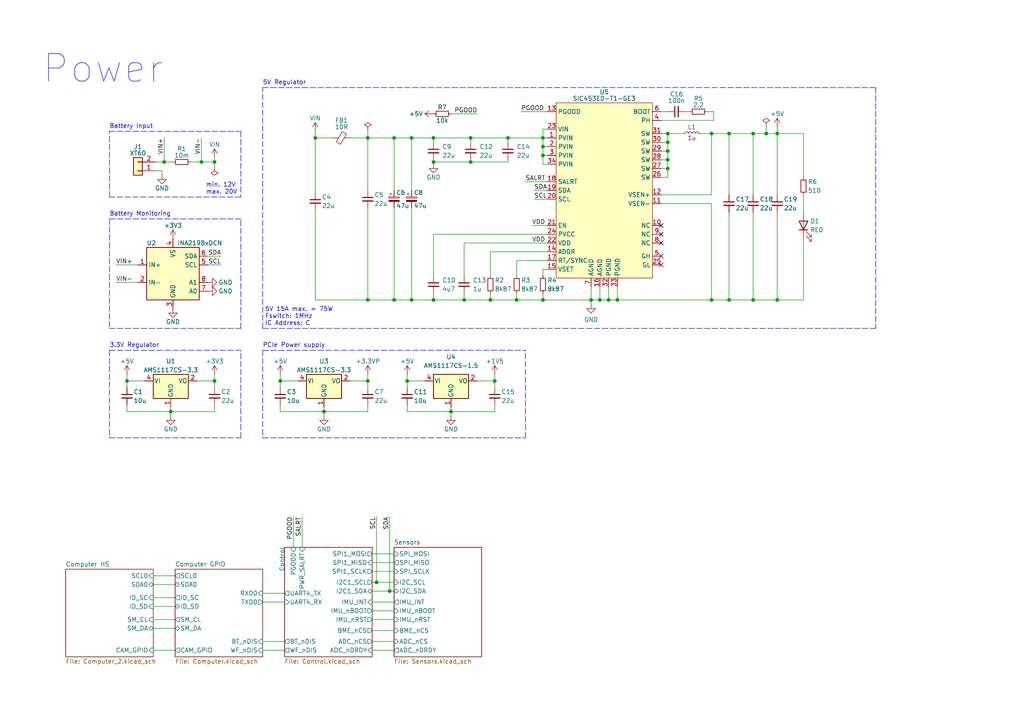
<source format=kicad_sch>
(kicad_sch (version 20211123) (generator eeschema)
  (paper "A4")
  (title_block (title "Splash") (date "2021-12-15") (rev "1.0") (company "Zihasz") (comment 1 "SplashFlight all-in-one UAV controller"))
  (lib_symbols
    (symbol "AMS1117CS-3.3_1" (pin_names (offset 0.254))
      (property "Reference" "U" (at -3.81 3.175 0))
      (property "Value" "AMS1117CS-3.3_1" (at 0 3.175 0))
      (symbol "AMS1117CS-3.3_1_0_1"
        (rectangle (start -5.08 -5.08) (end 5.08 1.905) (stroke (width 0.254)) (fill (type background)))
      )
      (symbol "AMS1117CS-3.3_1_1_1"
        (pin passive line (at 0 -7.62 90) (length 2.54) (name "GND") (number "1"))
        (pin power_out line (at 7.62 0 180) (length 2.54) (name "VO") (number "2"))
        (pin passive line (at 7.62 0 180) (length 2.54) hide (name "VO") (number "3"))
        (pin power_in line (at -7.62 0 0) (length 2.54) (name "VI") (number "4"))
        (pin no_connect line (at -2.54 -2.54 180) (length 2.54) hide (name "NC") (number "5"))
        (pin passive line (at 7.62 0 180) (length 2.54) hide (name "VO") (number "6"))
        (pin passive line (at 7.62 0 180) (length 2.54) hide (name "VO") (number "7"))
        (pin no_connect line (at 2.54 -2.54 0) (length 2.54) hide (name "NC") (number "8"))
      )
    )
    (symbol "Analog_ADC:INA219BxDCN"
      (property "Reference" "U" (at -6.35 8.89 0))
      (property "Value" "INA219BxDCN" (at 6.35 8.89 0))
      (symbol "INA219BxDCN_0_1"
        (rectangle (start -7.62 7.62) (end 7.62 -7.62) (stroke (width 0.254)) (fill (type background)))
      )
      (symbol "INA219BxDCN_1_1"
        (pin input line (at -10.16 2.54 0) (length 2.54) (name "IN+") (number "1"))
        (pin input line (at -10.16 -2.54 0) (length 2.54) (name "IN-") (number "2"))
        (pin power_in line (at 0 -10.16 90) (length 2.54) (name "GND") (number "3"))
        (pin power_in line (at 0 10.16 270) (length 2.54) (name "VS") (number "4"))
        (pin input line (at 10.16 2.54 180) (length 2.54) (name "SCL") (number "5"))
        (pin bidirectional line (at 10.16 5.08 180) (length 2.54) (name "SDA") (number "6"))
        (pin input line (at 10.16 -5.08 180) (length 2.54) (name "A0") (number "7"))
        (pin input line (at 10.16 -2.54 180) (length 2.54) (name "A1") (number "8"))
      )
    )
    (symbol "Connector_Generic:Conn_01x02" (pin_names (offset 1.016) hide)
      (property "Reference" "J" (at 0 2.54 0))
      (property "Value" "Conn_01x02" (at 0 -5.08 0))
      (symbol "Conn_01x02_1_1"
        (rectangle (start -1.27 -2.413) (end 0 -2.667) (stroke (width 0.1524)))
        (rectangle (start -1.27 0.127) (end 0 -0.127) (stroke (width 0.1524)))
        (rectangle (start -1.27 1.27) (end 1.27 -3.81) (stroke (width 0.254)) (fill (type background)))
        (pin passive line (at -5.08 0 0) (length 3.81) (name "Pin_1") (number "1"))
        (pin passive line (at -5.08 -2.54 0) (length 3.81) (name "Pin_2") (number "2"))
      )
    )
    (symbol "Device:C_Polarized_Small" (pin_numbers hide) (pin_names (offset 0.254) hide)
      (property "Reference" "C" (at 0.254 1.778 0))
      (property "Value" "C_Polarized_Small" (at 0.254 -2.032 0))
      (symbol "C_Polarized_Small_0_1"
        (rectangle (start -1.524 -0.3048) (end 1.524 -0.6858) (fill (type outline)))
        (rectangle (start -1.524 0.6858) (end 1.524 0.3048))
        (polyline (pts (xy -1.27 1.524) (xy -0.762 1.524)))
        (polyline (pts (xy -1.016 1.27) (xy -1.016 1.778)))
      )
      (symbol "C_Polarized_Small_1_1"
        (pin passive line (at 0 2.54 270) (length 1.8542) (name "~") (number "1"))
        (pin passive line (at 0 -2.54 90) (length 1.8542) (name "~") (number "2"))
      )
    )
    (symbol "Device:C_Small" (pin_numbers hide) (pin_names (offset 0.254) hide)
      (property "Reference" "C" (at 0.254 1.778 0))
      (property "Value" "C_Small" (at 0.254 -2.032 0))
      (symbol "C_Small_0_1"
        (polyline (pts (xy -1.524 -0.508) (xy 1.524 -0.508)) (stroke (width 0.3302)))
        (polyline (pts (xy -1.524 0.508) (xy 1.524 0.508)) (stroke (width 0.3048)))
      )
      (symbol "C_Small_1_1"
        (pin passive line (at 0 2.54 270) (length 2.032) (name "~") (number "1"))
        (pin passive line (at 0 -2.54 90) (length 2.032) (name "~") (number "2"))
      )
    )
    (symbol "Device:FerriteBead_Small" (pin_numbers hide) (pin_names (offset 0))
      (property "Reference" "FB" (at 1.905 1.27 0))
      (property "Value" "FerriteBead_Small" (at 1.905 -1.27 0))
      (symbol "FerriteBead_Small_0_1"
        (polyline (pts (xy 0 -1.27) (xy 0 -0.7874)))
        (polyline (pts (xy 0 0.889) (xy 0 1.2954)))
        (polyline (pts (xy -1.8288 0.2794) (xy -1.1176 1.4986) (xy 1.8288 -0.2032) (xy 1.1176 -1.4224) (xy -1.8288 0.2794)))
      )
      (symbol "FerriteBead_Small_1_1"
        (pin passive line (at 0 2.54 270) (length 1.27) (name "~") (number "1"))
        (pin passive line (at 0 -2.54 90) (length 1.27) (name "~") (number "2"))
      )
    )
    (symbol "Device:LED" (pin_numbers hide) (pin_names (offset 1.016) hide)
      (property "Reference" "D" (at 0 2.54 0))
      (property "Value" "LED" (at 0 -2.54 0))
      (symbol "LED_0_1"
        (polyline (pts (xy -1.27 -1.27) (xy -1.27 1.27)) (stroke (width 0.254)))
        (polyline (pts (xy -1.27 0) (xy 1.27 0)))
        (polyline (pts (xy 1.27 -1.27) (xy 1.27 1.27) (xy -1.27 0) (xy 1.27 -1.27)) (stroke (width 0.254)))
        (polyline (pts (xy -3.048 -0.762) (xy -4.572 -2.286) (xy -3.81 -2.286) (xy -4.572 -2.286) (xy -4.572 -1.524)))
        (polyline (pts (xy -1.778 -0.762) (xy -3.302 -2.286) (xy -2.54 -2.286) (xy -3.302 -2.286) (xy -3.302 -1.524)))
      )
      (symbol "LED_1_1"
        (pin passive line (at -3.81 0 0) (length 2.54) (name "K") (number "1"))
        (pin passive line (at 3.81 0 180) (length 2.54) (name "A") (number "2"))
      )
    )
    (symbol "Device:L_Small" (pin_numbers hide) (pin_names (offset 0.254) hide)
      (property "Reference" "L" (at 0.762 1.016 0))
      (property "Value" "L_Small" (at 0.762 -1.016 0))
      (symbol "L_Small_0_1"
        (arc (start 0 -2.032) (mid 0.508 -1.524) (end 0 -1.016))
        (arc (start 0 -1.016) (mid 0.508 -0.508) (end 0 0))
        (arc (start 0 0) (mid 0.508 0.508) (end 0 1.016))
        (arc (start 0 1.016) (mid 0.508 1.524) (end 0 2.032))
      )
      (symbol "L_Small_1_1"
        (pin passive line (at 0 2.54 270) (length 0.508) (name "~") (number "1"))
        (pin passive line (at 0 -2.54 90) (length 0.508) (name "~") (number "2"))
      )
    )
    (symbol "Device:R_Small" (pin_numbers hide) (pin_names (offset 0.254) hide)
      (property "Reference" "R" (at 0.762 0.508 0))
      (property "Value" "R_Small" (at 0.762 -1.016 0))
      (symbol "R_Small_0_1"
        (rectangle (start -0.762 1.778) (end 0.762 -1.778) (stroke (width 0.2032)))
      )
      (symbol "R_Small_1_1"
        (pin passive line (at 0 2.54 270) (length 0.762) (name "~") (number "1"))
        (pin passive line (at 0 -2.54 90) (length 0.762) (name "~") (number "2"))
      )
    )
    (symbol "Regulator_Linear:AMS1117CS-1.5" (pin_names (offset 0.254))
      (property "Reference" "U" (at -3.81 3.175 0))
      (property "Value" "AMS1117CS-1.5" (at 0 3.175 0))
      (symbol "AMS1117CS-1.5_0_1"
        (rectangle (start -5.08 -5.08) (end 5.08 1.905) (stroke (width 0.254)) (fill (type background)))
      )
      (symbol "AMS1117CS-1.5_1_1"
        (pin passive line (at 0 -7.62 90) (length 2.54) (name "GND") (number "1"))
        (pin power_out line (at 7.62 0 180) (length 2.54) (name "VO") (number "2"))
        (pin passive line (at 7.62 0 180) (length 2.54) hide (name "VO") (number "3"))
        (pin power_in line (at -7.62 0 0) (length 2.54) (name "VI") (number "4"))
        (pin no_connect line (at -2.54 -2.54 180) (length 2.54) hide (name "NC") (number "5"))
        (pin passive line (at 7.62 0 180) (length 2.54) hide (name "VO") (number "6"))
        (pin passive line (at 7.62 0 180) (length 2.54) hide (name "VO") (number "7"))
        (pin no_connect line (at 2.54 -2.54 0) (length 2.54) hide (name "NC") (number "8"))
      )
    )
    (symbol "Regulator_Linear:AMS1117CS-3.3" (pin_names (offset 0.254))
      (property "Reference" "U" (at -3.81 3.175 0))
      (property "Value" "AMS1117CS-3.3" (at 0 3.175 0))
      (symbol "AMS1117CS-3.3_0_1"
        (rectangle (start -5.08 -5.08) (end 5.08 1.905) (stroke (width 0.254)) (fill (type background)))
      )
      (symbol "AMS1117CS-3.3_1_1"
        (pin passive line (at 0 -7.62 90) (length 2.54) (name "GND") (number "1"))
        (pin power_out line (at 7.62 0 180) (length 2.54) (name "VO") (number "2"))
        (pin passive line (at 7.62 0 180) (length 2.54) hide (name "VO") (number "3"))
        (pin power_in line (at -7.62 0 0) (length 2.54) (name "VI") (number "4"))
        (pin no_connect line (at -2.54 -2.54 180) (length 2.54) hide (name "NC") (number "5"))
        (pin passive line (at 7.62 0 180) (length 2.54) hide (name "VO") (number "6"))
        (pin passive line (at 7.62 0 180) (length 2.54) hide (name "VO") (number "7"))
        (pin no_connect line (at 2.54 -2.54 0) (length 2.54) hide (name "NC") (number "8"))
      )
    )
    (symbol "Splash:SIC453ED-T1-GE3"
      (property "Reference" "U" (at 0 29.21 0))
      (property "Value" "SIC453ED-T1-GE3" (at 0 26.67 0))
      (symbol "SIC453ED-T1-GE3_0_0"
        (pin power_in line (at -16.51 7.62 0) (length 2.54) (name "PVIN") (number "34"))
      )
      (symbol "SIC453ED-T1-GE3_0_1"
        (rectangle (start -13.97 25.4) (end 13.97 -25.4) (stroke (width 0.1524)) (fill (type background)))
      )
      (symbol "SIC453ED-T1-GE3_1_1"
        (pin power_in line (at -16.51 15.24 0) (length 2.54) (name "PVIN") (number "1"))
        (pin no_connect line (at 16.51 -10.16 180) (length 2.54) (name "NC") (number "10"))
        (pin input line (at 16.51 -3.81 180) (length 2.54) (name "VSEN-") (number "11"))
        (pin input line (at 16.51 -1.27 180) (length 2.54) (name "VSEN+") (number "12"))
        (pin open_collector line (at -16.51 22.86 0) (length 2.54) (name "PGOOD") (number "13"))
        (pin input line (at -16.51 -17.78 0) (length 2.54) (name "ADDR") (number "14"))
        (pin input line (at -16.51 -22.86 0) (length 2.54) (name "VSET") (number "15"))
        (pin power_in line (at -1.27 -27.94 90) (length 2.54) (name "AGND") (number "16"))
        (pin input line (at -16.51 -20.32 0) (length 2.54) (name "RT/SYNC") (number "17"))
        (pin output line (at -16.51 2.54 0) (length 2.54) (name "SALRT") (number "18"))
        (pin bidirectional line (at -16.51 0 0) (length 2.54) (name "SDA") (number "19"))
        (pin power_in line (at -16.51 12.7 0) (length 2.54) (name "PVIN") (number "2"))
        (pin bidirectional line (at -16.51 -2.54 0) (length 2.54) (name "SCL") (number "20"))
        (pin input line (at -16.51 -10.16 0) (length 2.54) (name "EN") (number "21"))
        (pin power_out line (at -16.51 -15.24 0) (length 2.54) (name "VDD") (number "22"))
        (pin power_in line (at -16.51 17.78 0) (length 2.54) (name "VIN") (number "23"))
        (pin power_out line (at -16.51 -12.7 0) (length 2.54) (name "PVCC") (number "24"))
        (pin input line (at 16.51 -21.59 180) (length 2.54) (name "GL") (number "25"))
        (pin passive line (at 16.51 3.81 180) (length 2.54) (name "SW") (number "26"))
        (pin passive line (at 16.51 6.35 180) (length 2.54) (name "SW") (number "27"))
        (pin passive line (at 16.51 8.89 180) (length 2.54) (name "SW") (number "28"))
        (pin passive line (at 16.51 11.43 180) (length 2.54) (name "SW") (number "29"))
        (pin power_in line (at -16.51 10.16 0) (length 2.54) (name "PVIN") (number "3"))
        (pin passive line (at 16.51 13.97 180) (length 2.54) (name "SW") (number "30"))
        (pin power_out line (at 16.51 16.51 180) (length 2.54) (name "SW") (number "31"))
        (pin power_in line (at 1.27 -27.94 90) (length 2.54) (name "PGND") (number "32"))
        (pin power_in line (at 3.81 -27.94 90) (length 2.54) (name "PGND") (number "33"))
        (pin input line (at 16.51 20.32 180) (length 2.54) (name "PH") (number "4"))
        (pin input line (at 16.51 -19.05 180) (length 2.54) (name "GH") (number "5"))
        (pin input line (at 16.51 22.86 180) (length 2.54) (name "BOOT") (number "6"))
        (pin power_in line (at -3.81 -27.94 90) (length 2.54) (name "AGND") (number "7"))
        (pin no_connect line (at 16.51 -15.24 180) (length 2.54) (name "NC") (number "8"))
        (pin no_connect line (at 16.51 -12.7 180) (length 2.54) (name "NC") (number "9"))
      )
    )
    (symbol "ZihaszGlobal:VIN" (power) (pin_names (offset 0))
      (property "Value" "VIN" (at 0 3.81 0))
      (symbol "VIN_0_1"
        (polyline (pts (xy -0.762 1.27) (xy 0 2.54)))
        (polyline (pts (xy 0 0) (xy 0 2.54)))
        (polyline (pts (xy 0 2.54) (xy 0.762 1.27)))
      )
      (symbol "VIN_1_1"
        (pin power_in line (at 0 0 90) (length 0) hide (name "VIN") (number "1"))
      )
    )
    (symbol "power:+1V5" (power) (pin_names (offset 0))
      (property "Value" "+1V5" (at 0 3.556 0))
      (symbol "+1V5_0_1"
        (polyline (pts (xy -0.762 1.27) (xy 0 2.54)))
        (polyline (pts (xy 0 0) (xy 0 2.54)))
        (polyline (pts (xy 0 2.54) (xy 0.762 1.27)))
      )
      (symbol "+1V5_1_1"
        (pin power_in line (at 0 0 90) (length 0) hide (name "+1V5") (number "1"))
      )
    )
    (symbol "power:+3.3V" (power) (pin_names (offset 0))
      (property "Value" "+3.3V" (at 0 3.556 0))
      (symbol "+3.3V_0_1"
        (polyline (pts (xy -0.762 1.27) (xy 0 2.54)))
        (polyline (pts (xy 0 0) (xy 0 2.54)))
        (polyline (pts (xy 0 2.54) (xy 0.762 1.27)))
      )
      (symbol "+3.3V_1_1"
        (pin power_in line (at 0 0 90) (length 0) hide (name "+3V3") (number "1"))
      )
    )
    (symbol "power:+3.3VP" (power) (pin_names (offset 0))
      (property "Value" "+3.3VP" (at 0 2.54 0))
      (symbol "+3.3VP_0_0"
        (pin power_in line (at 0 0 90) (length 0) hide (name "+3.3VP") (number "1"))
      )
      (symbol "+3.3VP_0_1"
        (polyline (pts (xy -0.762 1.27) (xy 0 2.54)))
        (polyline (pts (xy 0 0) (xy 0 2.54)))
        (polyline (pts (xy 0 2.54) (xy 0.762 1.27)))
      )
    )
    (symbol "power:+5V" (power) (pin_names (offset 0))
      (property "Value" "+5V" (at 0 3.556 0))
      (symbol "+5V_0_1"
        (polyline (pts (xy -0.762 1.27) (xy 0 2.54)))
        (polyline (pts (xy 0 0) (xy 0 2.54)))
        (polyline (pts (xy 0 2.54) (xy 0.762 1.27)))
      )
      (symbol "+5V_1_1"
        (pin power_in line (at 0 0 90) (length 0) hide (name "+5V") (number "1"))
      )
    )
    (symbol "power:GND" (power) (pin_names (offset 0))
      (property "Value" "GND" (at 0 -3.81 0))
      (symbol "GND_0_1"
        (polyline (pts (xy 0 0) (xy 0 -1.27) (xy 1.27 -1.27) (xy 0 -2.54) (xy -1.27 -1.27) (xy 0 -1.27)))
      )
      (symbol "GND_1_1"
        (pin power_in line (at 0 0 270) (length 0) hide (name "GND") (number "1"))
      )
    )
    (symbol "power:PWR_FLAG" (power) (pin_numbers hide) (pin_names (offset 0) hide)
      (property "Value" "PWR_FLAG" (at 0 3.81 0))
      (symbol "PWR_FLAG_0_0"
        (pin power_out line (at 0 0 90) (length 0) (name "pwr") (number "1"))
      )
      (symbol "PWR_FLAG_0_1"
        (polyline (pts (xy 0 0) (xy 0 1.27) (xy -1.016 1.905) (xy 0 2.54) (xy 1.016 1.905) (xy 0 1.27)))
      )
    )
  )
  (junction (at 125.73 40.005))
  (junction (at 222.25 38.735))
  (junction (at 130.81 119.38))
  (junction (at 193.675 48.895))
  (junction (at 62.23 110.49))
  (junction (at 157.48 45.085))
  (junction (at 142.24 86.995))
  (junction (at 149.86 86.995))
  (junction (at 113.03 171.45))
  (junction (at 62.23 46.99))
  (junction (at 93.98 119.38))
  (junction (at 114.3 86.995))
  (junction (at 218.44 38.735))
  (junction (at 119.38 86.995))
  (junction (at 179.07 86.995))
  (junction (at 109.22 168.91))
  (junction (at 58.42 46.99))
  (junction (at 157.48 40.005))
  (junction (at 206.375 86.995))
  (junction (at 193.675 41.275))
  (junction (at 49.53 119.38))
  (junction (at 193.675 43.815))
  (junction (at 136.525 46.99))
  (junction (at 125.73 46.99))
  (junction (at 91.44 40.005))
  (junction (at 36.83 110.49))
  (junction (at 218.44 86.995))
  (junction (at 114.3 40.005))
  (junction (at 225.425 38.735))
  (junction (at 47.625 46.99))
  (junction (at 157.48 42.545))
  (junction (at 206.375 38.735))
  (junction (at 193.675 38.735))
  (junction (at 211.455 86.995))
  (junction (at 143.51 110.49))
  (junction (at 106.68 86.995))
  (junction (at 225.425 86.995))
  (junction (at 193.675 46.355))
  (junction (at 106.68 110.49))
  (junction (at 81.28 110.49))
  (junction (at 157.48 86.995))
  (junction (at 136.525 40.005))
  (junction (at 176.53 86.995))
  (junction (at 106.68 40.005))
  (junction (at 119.38 40.005))
  (junction (at 211.455 38.735))
  (junction (at 134.62 86.995))
  (junction (at 173.99 86.995))
  (junction (at 118.11 110.49))
  (junction (at 125.73 86.995))
  (junction (at 147.32 40.005))
  (junction (at 171.45 86.995))
  (no_connect (at 191.77 74.295))
  (no_connect (at 191.77 76.835))
  (no_connect (at 191.77 70.485))
  (no_connect (at 191.77 67.945))
  (no_connect (at 191.77 65.405))
  (wire (pts (xy 114.3 40.005) (xy 119.38 40.005)))
  (wire (pts (xy 125.73 46.99) (xy 136.525 46.99)))
  (wire (pts (xy 149.86 86.995) (xy 149.86 85.09)))
  (wire (pts (xy 211.455 38.735) (xy 211.455 56.515)))
  (wire (pts (xy 125.73 40.005) (xy 125.73 41.275)))
  (wire (pts (xy 33.655 76.835) (xy 40.005 76.835)))
  (wire (pts (xy 114.3 86.995) (xy 119.38 86.995)))
  (wire (pts (xy 157.48 45.085) (xy 158.75 45.085)))
  (polyline (pts (xy 76.2 127) (xy 152.4 127)))
  (wire (pts (xy 134.62 80.01) (xy 134.62 70.485)))
  (wire (pts (xy 81.28 119.38) (xy 93.98 119.38)))
  (polyline (pts (xy 31.75 63.5) (xy 31.75 95.25)))
  (wire (pts (xy 81.28 110.49) (xy 86.36 110.49)))
  (wire (pts (xy 218.44 61.595) (xy 218.44 86.995)))
  (wire (pts (xy 193.675 41.275) (xy 193.675 38.735)))
  (wire (pts (xy 45.085 46.99) (xy 47.625 46.99)))
  (polyline (pts (xy 69.85 95.25) (xy 69.85 63.5)))
  (wire (pts (xy 46.99 50.8) (xy 46.99 49.53)))
  (wire (pts (xy 193.675 51.435) (xy 191.77 51.435)))
  (wire (pts (xy 114.3 179.705) (xy 107.95 179.705)))
  (wire (pts (xy 44.45 182.245) (xy 50.8 182.245)))
  (wire (pts (xy 134.62 86.995) (xy 134.62 85.09)))
  (wire (pts (xy 191.77 32.385) (xy 193.675 32.385)))
  (wire (pts (xy 206.375 59.055) (xy 206.375 86.995)))
  (wire (pts (xy 225.425 38.735) (xy 225.425 56.515)))
  (wire (pts (xy 157.48 42.545) (xy 157.48 40.005)))
  (wire (pts (xy 76.2 188.595) (xy 82.55 188.595)))
  (wire (pts (xy 191.77 38.735) (xy 193.675 38.735)))
  (wire (pts (xy 193.675 46.355) (xy 191.77 46.355)))
  (wire (pts (xy 91.44 38.1) (xy 91.44 40.005)))
  (wire (pts (xy 225.425 86.995) (xy 225.425 61.595)))
  (wire (pts (xy 157.48 40.005) (xy 158.75 40.005)))
  (wire (pts (xy 233.045 86.995) (xy 225.425 86.995)))
  (wire (pts (xy 149.86 75.565) (xy 158.75 75.565)))
  (wire (pts (xy 118.11 117.475) (xy 118.11 119.38)))
  (wire (pts (xy 191.77 56.515) (xy 206.375 56.515)))
  (wire (pts (xy 157.48 47.625) (xy 157.48 45.085)))
  (wire (pts (xy 62.23 46.99) (xy 62.23 45.72)))
  (wire (pts (xy 179.07 86.995) (xy 206.375 86.995)))
  (wire (pts (xy 147.32 46.99) (xy 147.32 46.355)))
  (wire (pts (xy 47.625 46.99) (xy 50.165 46.99)))
  (polyline (pts (xy 31.75 101.6) (xy 31.75 127)))
  (wire (pts (xy 36.83 119.38) (xy 49.53 119.38)))
  (wire (pts (xy 125.73 46.355) (xy 125.73 46.99)))
  (wire (pts (xy 101.6 110.49) (xy 106.68 110.49)))
  (wire (pts (xy 211.455 61.595) (xy 211.455 86.995)))
  (wire (pts (xy 81.28 108.585) (xy 81.28 110.49)))
  (wire (pts (xy 36.83 108.585) (xy 36.83 110.49)))
  (wire (pts (xy 207.01 32.385) (xy 205.105 32.385)))
  (wire (pts (xy 125.73 67.945) (xy 158.75 67.945)))
  (wire (pts (xy 107.95 186.055) (xy 114.3 186.055)))
  (wire (pts (xy 193.675 43.815) (xy 191.77 43.815)))
  (wire (pts (xy 125.73 80.01) (xy 125.73 67.945)))
  (wire (pts (xy 154.305 65.405) (xy 158.75 65.405)))
  (wire (pts (xy 119.38 40.005) (xy 119.38 55.245)))
  (wire (pts (xy 109.22 168.91) (xy 114.3 168.91)))
  (wire (pts (xy 142.24 86.995) (xy 134.62 86.995)))
  (wire (pts (xy 36.83 110.49) (xy 36.83 112.395)))
  (wire (pts (xy 125.73 86.995) (xy 134.62 86.995)))
  (wire (pts (xy 33.655 81.915) (xy 40.005 81.915)))
  (wire (pts (xy 58.42 46.99) (xy 62.23 46.99)))
  (polyline (pts (xy 254 95.25) (xy 76.2 95.25)))
  (wire (pts (xy 62.23 108.585) (xy 62.23 110.49)))
  (wire (pts (xy 91.44 60.96) (xy 91.44 86.995)))
  (wire (pts (xy 119.38 86.995) (xy 125.73 86.995)))
  (wire (pts (xy 157.48 78.105) (xy 158.75 78.105)))
  (wire (pts (xy 125.73 40.005) (xy 136.525 40.005)))
  (wire (pts (xy 233.045 69.215) (xy 233.045 86.995)))
  (wire (pts (xy 142.24 86.995) (xy 142.24 85.09)))
  (wire (pts (xy 157.48 37.465) (xy 157.48 40.005)))
  (wire (pts (xy 158.75 47.625) (xy 157.48 47.625)))
  (polyline (pts (xy 31.75 127) (xy 69.85 127)))
  (wire (pts (xy 119.38 40.005) (xy 125.73 40.005)))
  (wire (pts (xy 118.11 108.585) (xy 118.11 110.49)))
  (wire (pts (xy 222.25 36.83) (xy 222.25 38.735)))
  (wire (pts (xy 218.44 38.735) (xy 218.44 56.515)))
  (wire (pts (xy 147.32 40.005) (xy 157.48 40.005)))
  (wire (pts (xy 118.11 119.38) (xy 130.81 119.38)))
  (wire (pts (xy 143.51 119.38) (xy 130.81 119.38)))
  (wire (pts (xy 55.245 46.99) (xy 58.42 46.99)))
  (wire (pts (xy 106.68 40.005) (xy 106.68 55.245)))
  (wire (pts (xy 44.45 167.005) (xy 50.8 167.005)))
  (wire (pts (xy 107.95 188.595) (xy 114.3 188.595)))
  (polyline (pts (xy 254 25.4) (xy 254 95.25)))
  (wire (pts (xy 136.525 40.005) (xy 136.525 41.275)))
  (wire (pts (xy 76.2 174.625) (xy 82.55 174.625)))
  (wire (pts (xy 176.53 86.995) (xy 173.99 86.995)))
  (wire (pts (xy 142.24 73.025) (xy 158.75 73.025)))
  (wire (pts (xy 85.09 149.86) (xy 85.09 158.75)))
  (wire (pts (xy 147.32 40.005) (xy 147.32 41.275)))
  (wire (pts (xy 158.75 55.245) (xy 154.94 55.245)))
  (wire (pts (xy 36.83 117.475) (xy 36.83 119.38)))
  (wire (pts (xy 91.44 40.005) (xy 96.52 40.005)))
  (wire (pts (xy 191.77 48.895) (xy 193.675 48.895)))
  (polyline (pts (xy 76.2 101.6) (xy 152.4 101.6)))
  (wire (pts (xy 114.3 40.005) (xy 114.3 55.245)))
  (polyline (pts (xy 76.2 101.6) (xy 76.2 127)))
  (wire (pts (xy 206.375 38.735) (xy 211.455 38.735)))
  (wire (pts (xy 76.2 172.085) (xy 82.55 172.085)))
  (wire (pts (xy 136.525 46.99) (xy 136.525 46.355)))
  (wire (pts (xy 151.13 32.385) (xy 158.75 32.385)))
  (wire (pts (xy 211.455 86.995) (xy 218.44 86.995)))
  (wire (pts (xy 211.455 38.735) (xy 218.44 38.735)))
  (wire (pts (xy 93.98 119.38) (xy 93.98 120.65)))
  (wire (pts (xy 136.525 40.005) (xy 147.32 40.005)))
  (wire (pts (xy 107.95 160.655) (xy 114.3 160.655)))
  (wire (pts (xy 81.28 117.475) (xy 81.28 119.38)))
  (wire (pts (xy 76.2 186.055) (xy 82.55 186.055)))
  (wire (pts (xy 193.675 43.815) (xy 193.675 46.355)))
  (wire (pts (xy 44.45 179.705) (xy 50.8 179.705)))
  (wire (pts (xy 158.75 52.705) (xy 152.4 52.705)))
  (wire (pts (xy 233.045 56.515) (xy 233.045 61.595)))
  (wire (pts (xy 60.325 76.835) (xy 64.135 76.835)))
  (wire (pts (xy 149.86 80.01) (xy 149.86 75.565)))
  (wire (pts (xy 171.45 86.995) (xy 171.45 83.185)))
  (wire (pts (xy 62.23 110.49) (xy 62.23 112.395)))
  (wire (pts (xy 49.53 119.38) (xy 49.53 120.65)))
  (polyline (pts (xy 31.75 57.15) (xy 31.75 38.1)))
  (polyline (pts (xy 31.75 95.25) (xy 69.85 95.25)))
  (wire (pts (xy 81.28 110.49) (xy 81.28 112.395)))
  (wire (pts (xy 44.45 173.355) (xy 50.8 173.355)))
  (polyline (pts (xy 31.75 63.5) (xy 69.85 63.5)))
  (wire (pts (xy 106.68 119.38) (xy 93.98 119.38)))
  (wire (pts (xy 203.2 38.735) (xy 206.375 38.735)))
  (wire (pts (xy 119.38 60.325) (xy 119.38 86.995)))
  (wire (pts (xy 222.25 38.735) (xy 225.425 38.735)))
  (wire (pts (xy 157.48 42.545) (xy 158.75 42.545)))
  (wire (pts (xy 107.95 182.88) (xy 114.3 182.88)))
  (wire (pts (xy 157.48 86.995) (xy 171.45 86.995)))
  (wire (pts (xy 58.42 40.005) (xy 58.42 46.99)))
  (wire (pts (xy 118.11 110.49) (xy 118.11 112.395)))
  (wire (pts (xy 193.675 48.895) (xy 193.675 51.435)))
  (wire (pts (xy 60.325 74.295) (xy 64.135 74.295)))
  (wire (pts (xy 143.51 108.585) (xy 143.51 110.49)))
  (wire (pts (xy 191.77 41.275) (xy 193.675 41.275)))
  (wire (pts (xy 49.53 118.11) (xy 49.53 119.38)))
  (polyline (pts (xy 152.4 127) (xy 152.4 101.6)))
  (wire (pts (xy 143.51 110.49) (xy 143.51 112.395)))
  (wire (pts (xy 143.51 117.475) (xy 143.51 119.38)))
  (wire (pts (xy 109.22 149.86) (xy 109.22 168.91)))
  (wire (pts (xy 106.68 110.49) (xy 106.68 112.395)))
  (wire (pts (xy 106.68 108.585) (xy 106.68 110.49)))
  (wire (pts (xy 114.3 60.325) (xy 114.3 86.995)))
  (wire (pts (xy 57.15 110.49) (xy 62.23 110.49)))
  (wire (pts (xy 233.045 51.435) (xy 233.045 38.735)))
  (wire (pts (xy 138.43 33.02) (xy 130.81 33.02)))
  (wire (pts (xy 106.68 60.325) (xy 106.68 86.995)))
  (wire (pts (xy 118.11 110.49) (xy 123.19 110.49)))
  (polyline (pts (xy 76.2 95.25) (xy 76.2 25.4)))
  (wire (pts (xy 134.62 70.485) (xy 158.75 70.485)))
  (wire (pts (xy 206.375 56.515) (xy 206.375 38.735)))
  (wire (pts (xy 157.48 80.01) (xy 157.48 78.105)))
  (polyline (pts (xy 69.85 38.1) (xy 69.85 57.15)))
  (wire (pts (xy 125.73 86.995) (xy 125.73 85.09)))
  (wire (pts (xy 36.83 110.49) (xy 41.91 110.49)))
  (wire (pts (xy 191.77 59.055) (xy 206.375 59.055)))
  (wire (pts (xy 93.98 118.11) (xy 93.98 119.38)))
  (wire (pts (xy 218.44 86.995) (xy 225.425 86.995)))
  (wire (pts (xy 158.75 57.785) (xy 154.94 57.785)))
  (wire (pts (xy 101.6 40.005) (xy 106.68 40.005)))
  (wire (pts (xy 198.755 32.385) (xy 200.025 32.385)))
  (wire (pts (xy 107.95 165.735) (xy 114.3 165.735)))
  (wire (pts (xy 191.77 34.925) (xy 207.01 34.925)))
  (polyline (pts (xy 31.75 101.6) (xy 69.85 101.6)))
  (wire (pts (xy 107.95 174.625) (xy 114.3 174.625)))
  (wire (pts (xy 106.68 38.1) (xy 106.68 40.005)))
  (wire (pts (xy 136.525 46.99) (xy 147.32 46.99)))
  (wire (pts (xy 193.675 41.275) (xy 193.675 43.815)))
  (wire (pts (xy 173.99 86.995) (xy 173.99 83.185)))
  (wire (pts (xy 193.675 38.735) (xy 198.12 38.735)))
  (wire (pts (xy 91.44 40.005) (xy 91.44 55.88)))
  (wire (pts (xy 206.375 86.995) (xy 211.455 86.995)))
  (wire (pts (xy 44.45 169.545) (xy 50.8 169.545)))
  (wire (pts (xy 207.01 34.925) (xy 207.01 32.385)))
  (wire (pts (xy 62.23 119.38) (xy 49.53 119.38)))
  (wire (pts (xy 125.73 46.99) (xy 125.73 47.625)))
  (wire (pts (xy 107.95 168.91) (xy 109.22 168.91)))
  (wire (pts (xy 171.45 86.995) (xy 171.45 88.265)))
  (wire (pts (xy 113.03 149.86) (xy 113.03 171.45)))
  (wire (pts (xy 193.675 48.895) (xy 193.675 46.355)))
  (wire (pts (xy 62.23 117.475) (xy 62.23 119.38)))
  (wire (pts (xy 44.45 188.595) (xy 50.8 188.595)))
  (wire (pts (xy 157.48 86.995) (xy 149.86 86.995)))
  (wire (pts (xy 91.44 86.995) (xy 106.68 86.995)))
  (wire (pts (xy 62.23 46.99) (xy 62.23 48.26)))
  (wire (pts (xy 179.07 86.995) (xy 179.07 83.185)))
  (wire (pts (xy 107.95 163.195) (xy 114.3 163.195)))
  (wire (pts (xy 176.53 86.995) (xy 179.07 86.995)))
  (wire (pts (xy 106.68 86.995) (xy 114.3 86.995)))
  (wire (pts (xy 157.48 45.085) (xy 157.48 42.545)))
  (wire (pts (xy 106.68 117.475) (xy 106.68 119.38)))
  (wire (pts (xy 46.99 49.53) (xy 45.085 49.53)))
  (wire (pts (xy 87.63 149.86) (xy 87.63 158.75)))
  (wire (pts (xy 106.68 40.005) (xy 114.3 40.005)))
  (polyline (pts (xy 76.2 25.4) (xy 254 25.4)))
  (wire (pts (xy 225.425 36.83) (xy 225.425 38.735)))
  (wire (pts (xy 107.95 171.45) (xy 113.03 171.45)))
  (wire (pts (xy 107.95 177.165) (xy 114.3 177.165)))
  (polyline (pts (xy 69.85 127) (xy 69.85 101.6)))
  (wire (pts (xy 113.03 171.45) (xy 114.3 171.45)))
  (wire (pts (xy 138.43 110.49) (xy 143.51 110.49)))
  (wire (pts (xy 149.86 86.995) (xy 142.24 86.995)))
  (wire (pts (xy 130.81 118.11) (xy 130.81 119.38)))
  (wire (pts (xy 171.45 86.995) (xy 173.99 86.995)))
  (wire (pts (xy 142.24 80.01) (xy 142.24 73.025)))
  (wire (pts (xy 233.045 38.735) (xy 225.425 38.735)))
  (wire (pts (xy 157.48 85.09) (xy 157.48 86.995)))
  (wire (pts (xy 158.75 37.465) (xy 157.48 37.465)))
  (polyline (pts (xy 69.85 57.15) (xy 31.75 57.15)))
  (wire (pts (xy 47.625 40.005) (xy 47.625 46.99)))
  (polyline (pts (xy 31.75 38.1) (xy 69.85 38.1)))
  (wire (pts (xy 176.53 83.185) (xy 176.53 86.995)))
  (wire (pts (xy 44.45 175.895) (xy 50.8 175.895)))
  (wire (pts (xy 218.44 38.735) (xy 222.25 38.735)))
  (wire (pts (xy 130.81 119.38) (xy 130.81 120.65)))
  (text "Power" (at 12.065 24.765 0) (effects (font (size 8 8)) (justify left bottom)))
  (text "3.3V Regulator" (at 31.75 100.965 0) (effects (font (size 1.27 1.27)) (justify left bottom)))
  (text "Battery Input" (at 31.75 37.465 0) (effects (font (size 1.27 1.27)) (justify left bottom)))
  (text "Battery Monitoring" (at 31.75 62.865 0) (effects (font (size 1.27 1.27)) (justify left bottom)))
  (text "PCIe Power supply" (at 76.2 100.965 0) (effects (font (size 1.27 1.27)) (justify left bottom)))
  (text "5V Regulator" (at 76.2 24.765 0) (effects (font (size 1.27 1.27)) (justify left bottom)))
  (text "min. 12V\nmax. 20V" (at 59.69 56.515 0) (effects (font (size 1.27 1.27)) (justify left bottom)))
  (text "5V 15A max. = 75W\nFswitch: 1MHz\nIC Address: C" (at 76.835 94.615 0) (effects (font (size 1.27 1.27)) (justify left bottom)))
  (label "VIN+" (at 47.625 40.005 270))
  (label "SCL" (at 109.22 149.86 270))
  (label "VDD" (at 154.305 70.485 0))
  (label "VDD" (at 154.305 65.405 0))
  (label "PGOOD" (at 138.43 33.02 180))
  (label "SDA" (at 64.135 74.295 180))
  (label "SDA" (at 113.03 149.86 270))
  (label "VIN+" (at 33.655 76.835 0))
  (label "SALRT" (at 87.63 149.86 270))
  (label "SCL" (at 64.135 76.835 180))
  (label "SDA" (at 154.94 55.245 0))
  (label "SCL" (at 154.94 57.785 0))
  (label "PGOOD" (at 85.09 149.86 270))
  (label "SALRT" (at 152.4 52.705 0))
  (label "PGOOD" (at 151.13 32.385 0))
  (label "VIN-" (at 58.42 40.005 270))
  (label "VIN-" (at 33.655 81.915 0))
  (symbol (lib_name "AMS1117CS-3.3_1") (lib_id "Regulator_Linear:AMS1117CS-3.3") (at 49.53 110.49 0) (unit 1)
    (property "Reference" "U1" (at 49.53 104.775 0))
    (property "Value" "AMS1117CS-3.3" (at 49.53 107.315 0))
    (property "Footprint" "Package_SO:SOIC-8_3.9x4.9mm_P1.27mm" (effects hide))
    (property "Datasheet" "http://www.advanced-monolithic.com/pdf/ds1117.pdf" (effects hide))
  )
  (symbol (lib_id "Device:C_Small") (at 62.23 114.935 0) (unit 1)
    (property "Reference" "C2" (at 64.135 113.665 0) (effects (justify left)))
    (property "Value" "22u" (at 64.135 116.205 0) (effects (justify left)))
    (property "Footprint" "Capacitor_SMD:C_0805_2012Metric_Pad1.18x1.45mm_HandSolder" (effects hide))
  )
  (symbol (lib_id "Device:R_Small") (at 149.86 82.55 0) (unit 1)
    (property "Reference" "R3" (at 151.13 81.28 0) (effects (justify left)))
    (property "Value" "8k87" (at 151.13 83.82 0) (effects (justify left)))
    (property "Footprint" "Resistor_SMD:R_0603_1608Metric_Pad0.98x0.95mm_HandSolder" (effects hide))
  )
  (symbol (lib_id "power:PWR_FLAG") (at 106.68 38.1 0) (unit 1)
    (property "Reference" "#FLG0102" (effects hide))
    (property "Value" "PWR_FLAG" (effects hide))
  )
  (symbol (lib_id "power:+5V") (at 225.425 36.83 0) (unit 1)
    (property "Reference" "#PWR0105" (effects hide))
    (property "Value" "+5V" (at 225.425 33.02 0))
  )
  (symbol (lib_id "power:GND") (at 60.325 84.455 90) (unit 1)
    (property "Reference" "#PWR0111" (effects hide))
    (property "Value" "GND" (at 65.405 84.455 90))
  )
  (symbol (lib_id "Device:C_Small") (at 147.32 43.815 0) (unit 1)
    (property "Reference" "C14" (at 149.86 42.545 0) (effects (justify left)))
    (property "Value" "22u" (at 149.86 45.085 0) (effects (justify left)))
    (property "Footprint" "Capacitor_SMD:C_0805_2012Metric_Pad1.18x1.45mm_HandSolder" (effects hide))
  )
  (symbol (lib_id "power:GND") (at 60.325 81.915 90) (unit 1)
    (property "Reference" "#PWR0112" (effects hide))
    (property "Value" "GND" (at 65.405 81.915 90))
  )
  (symbol (lib_id "power:GND") (at 130.81 120.65 0) (unit 1)
    (property "Reference" "#PWR0116" (effects hide))
    (property "Value" "GND" (at 130.81 124.46 0))
  )
  (symbol (lib_id "Regulator_Linear:AMS1117CS-3.3") (at 93.98 110.49 0) (unit 1)
    (property "Reference" "U3" (at 93.98 104.775 0))
    (property "Value" "AMS1117CS-3.3" (at 93.98 107.315 0))
    (property "Footprint" "Package_SO:SOIC-8_3.9x4.9mm_P1.27mm" (effects hide))
    (property "Datasheet" "http://www.advanced-monolithic.com/pdf/ds1117.pdf" (effects hide))
  )
  (symbol (lib_id "Device:C_Small") (at 118.11 114.935 0) (unit 1)
    (property "Reference" "C11" (at 120.015 113.665 0) (effects (justify left)))
    (property "Value" "10u" (at 120.015 116.205 0) (effects (justify left)))
    (property "Footprint" "Capacitor_SMD:C_0603_1608Metric_Pad1.08x0.95mm_HandSolder" (effects hide))
  )
  (symbol (lib_id "Device:LED") (at 233.045 65.405 90) (unit 1)
    (property "Reference" "D1" (at 234.95 64.135 90) (effects (justify right)))
    (property "Value" "RED" (at 234.95 66.675 90) (effects (justify right)))
    (property "Footprint" "LED_SMD:LED_0603_1608Metric_Pad1.05x0.95mm_HandSolder" (effects hide))
  )
  (symbol (lib_id "Device:R_Small") (at 142.24 82.55 0) (unit 1)
    (property "Reference" "R2" (at 143.51 81.28 0) (effects (justify left)))
    (property "Value" "8k87" (at 143.51 83.82 0) (effects (justify left)))
    (property "Footprint" "Resistor_SMD:R_0603_1608Metric_Pad0.98x0.95mm_HandSolder" (effects hide))
  )
  (symbol (lib_id "power:GND") (at 50.165 89.535 0) (unit 1)
    (property "Reference" "#PWR0110" (effects hide))
    (property "Value" "GND" (at 50.165 93.345 0))
  )
  (symbol (lib_id "power:GND") (at 171.45 88.265 0) (unit 1)
    (property "Reference" "#PWR052" (effects hide))
    (property "Value" "GND" (at 171.45 92.71 0))
  )
  (symbol (lib_id "Device:C_Small") (at 211.455 59.055 0) (unit 1)
    (property "Reference" "C17" (at 213.36 57.785 0) (effects (justify left)))
    (property "Value" "22u" (at 213.36 60.325 0) (effects (justify left)))
    (property "Footprint" "Capacitor_SMD:C_0805_2012Metric_Pad1.18x1.45mm_HandSolder" (effects hide))
  )
  (symbol (lib_id "Device:C_Small") (at 106.68 57.785 0) (unit 1)
    (property "Reference" "C5" (at 108.585 56.515 0) (effects (justify left)))
    (property "Value" "22u" (at 108.585 59.055 0) (effects (justify left)))
    (property "Footprint" "Capacitor_SMD:C_0805_2012Metric_Pad1.18x1.45mm_HandSolder" (effects hide))
  )
  (symbol (lib_id "Device:C_Small") (at 136.525 43.815 0) (unit 1)
    (property "Reference" "C12" (at 139.065 42.545 0) (effects (justify left)))
    (property "Value" "22u" (at 139.065 45.085 0) (effects (justify left)))
    (property "Footprint" "Capacitor_SMD:C_0805_2012Metric_Pad1.18x1.45mm_HandSolder" (effects hide))
  )
  (symbol (lib_id "Device:C_Small") (at 81.28 114.935 0) (unit 1)
    (property "Reference" "C3" (at 83.185 113.665 0) (effects (justify left)))
    (property "Value" "10u" (at 83.185 116.205 0) (effects (justify left)))
    (property "Footprint" "Capacitor_SMD:C_0603_1608Metric_Pad1.08x0.95mm_HandSolder" (effects hide))
  )
  (symbol (lib_id "power:+5V") (at 118.11 108.585 0) (unit 1)
    (property "Reference" "#PWR0101" (effects hide))
    (property "Value" "+5V" (at 118.11 104.775 0))
  )
  (symbol (lib_id "power:+1V5") (at 143.51 108.585 0) (unit 1)
    (property "Reference" "#PWR0102" (effects hide))
    (property "Value" "+1V5" (at 143.51 104.775 0))
  )
  (symbol (lib_id "power:PWR_FLAG") (at 62.23 48.26 180) (unit 1)
    (property "Reference" "#FLG0101" (effects hide))
    (property "Value" "PWR_FLAG" (effects hide))
  )
  (symbol (lib_id "ZihaszGlobal:VIN") (at 62.23 45.72 0) (unit 1)
    (property "Reference" "#PWR0115" (effects hide))
    (property "Value" "VIN" (at 62.23 41.91 0))
  )
  (symbol (lib_id "Regulator_Linear:AMS1117CS-1.5") (at 130.81 110.49 0) (unit 1)
    (property "Reference" "U4" (at 130.81 103.505 0))
    (property "Value" "AMS1117CS-1.5" (at 130.81 106.045 0))
    (property "Footprint" "Package_SO:SOIC-8_3.9x4.9mm_P1.27mm" (effects hide))
    (property "Datasheet" "http://www.advanced-monolithic.com/pdf/ds1117.pdf" (effects hide))
  )
  (symbol (lib_id "power:+3.3VP") (at 106.68 108.585 0) (unit 1)
    (property "Reference" "#PWR0103" (effects hide))
    (property "Value" "+3.3VP" (at 106.68 104.775 0))
  )
  (symbol (lib_id "Device:C_Small") (at 125.73 82.55 0) (unit 1)
    (property "Reference" "C10" (at 128.27 81.28 0) (effects (justify left)))
    (property "Value" "4u7" (at 128.27 83.82 0) (effects (justify left)))
    (property "Footprint" "Capacitor_SMD:C_0603_1608Metric_Pad1.08x0.95mm_HandSolder" (effects hide))
  )
  (symbol (lib_id "Device:C_Small") (at 196.215 32.385 90) (unit 1)
    (property "Reference" "C16" (at 196.215 27.305 90))
    (property "Value" "100n" (at 196.215 29.21 90))
    (property "Footprint" "Capacitor_SMD:C_0603_1608Metric_Pad1.08x0.95mm_HandSolder" (effects hide))
  )
  (symbol (lib_id "power:+5V") (at 125.73 33.02 90) (unit 1)
    (property "Reference" "#PWR0106" (effects hide))
    (property "Value" "+5V" (at 120.65 33.02 90))
  )
  (symbol (lib_id "Device:C_Polarized_Small") (at 119.38 57.785 0) (unit 1)
    (property "Reference" "C8" (at 120.015 55.88 0) (effects (justify left)))
    (property "Value" "47u" (at 120.015 59.69 0) (effects (justify left)))
    (property "Footprint" "Capacitor_SMD:CP_Elec_6.3x5.4" (effects hide))
  )
  (symbol (lib_id "Device:L_Small") (at 200.66 38.735 90) (unit 1)
    (property "Reference" "L1" (at 200.66 36.83 90))
    (property "Value" "SRP7028A-1R0M" (effects hide))
    (property "Footprint" "Inductor_SMD:L_Bourns_SRP7028A_7.3x6.6mm" (effects hide))
    (property "Inductance" "1u" (at 200.66 40.005 90))
  )
  (symbol (lib_id "Splash:SIC453ED-T1-GE3") (at 175.26 55.245 0) (unit 1)
    (property "Reference" "U5" (at 175.26 26.67 0))
    (property "Value" "SIC453ED-T1-GE3" (at 175.26 28.575 0))
    (property "Footprint" "Splash:SiC45X" (effects hide))
  )
  (symbol (lib_id "power:GND") (at 49.53 120.65 0) (unit 1)
    (property "Reference" "#PWR0120" (effects hide))
    (property "Value" "GND" (at 49.53 124.46 0))
  )
  (symbol (lib_id "Device:C_Small") (at 106.68 114.935 0) (unit 1)
    (property "Reference" "C7" (at 108.585 113.665 0) (effects (justify left)))
    (property "Value" "22u" (at 108.585 116.205 0) (effects (justify left)))
    (property "Footprint" "Capacitor_SMD:C_0805_2012Metric_Pad1.18x1.45mm_HandSolder" (effects hide))
  )
  (symbol (lib_id "Device:R_Small") (at 233.045 53.975 0) (unit 1)
    (property "Reference" "R6" (at 234.315 52.705 0) (effects (justify left)))
    (property "Value" "510" (at 234.315 55.245 0) (effects (justify left)))
    (property "Footprint" "Resistor_SMD:R_0603_1608Metric_Pad0.98x0.95mm_HandSolder" (effects hide))
  )
  (symbol (lib_id "Device:C_Small") (at 218.44 59.055 0) (unit 1)
    (property "Reference" "C18" (at 220.345 57.785 0) (effects (justify left)))
    (property "Value" "22u" (at 220.345 60.325 0) (effects (justify left)))
    (property "Footprint" "Capacitor_SMD:C_0805_2012Metric_Pad1.18x1.45mm_HandSolder" (effects hide))
  )
  (symbol (lib_id "Device:C_Small") (at 91.44 58.42 0) (unit 1)
    (property "Reference" "C4" (at 93.345 57.15 0) (effects (justify left)))
    (property "Value" "22u" (at 93.345 59.69 0) (effects (justify left)))
    (property "Footprint" "Capacitor_SMD:C_0805_2012Metric_Pad1.18x1.45mm_HandSolder" (effects hide))
  )
  (symbol (lib_id "ZihaszGlobal:VIN") (at 91.44 38.1 0) (unit 1)
    (property "Reference" "#PWR0108" (effects hide))
    (property "Value" "VIN" (at 91.44 34.29 0))
  )
  (symbol (lib_id "Device:FerriteBead_Small") (at 99.06 40.005 90) (unit 1)
    (property "Reference" "FB1" (at 99.06 34.925 90))
    (property "Value" "10R" (at 99.06 36.83 90))
    (property "Footprint" "Inductor_SMD:L_0603_1608Metric_Pad1.05x0.95mm_HandSolder" (effects hide))
  )
  (symbol (lib_id "Connector_Generic:Conn_01x02") (at 40.005 49.53 180) (unit 1)
    (property "Reference" "J1" (at 40.005 42.545 0))
    (property "Value" "XT60" (at 40.005 44.45 0))
    (property "Footprint" "Connector_AMASS:AMASS_XT60-M_1x02_P7.20mm_Vertical" (effects hide))
  )
  (symbol (lib_id "Device:C_Small") (at 36.83 114.935 0) (unit 1)
    (property "Reference" "C1" (at 38.735 113.665 0) (effects (justify left)))
    (property "Value" "10u" (at 38.735 116.205 0) (effects (justify left)))
    (property "Footprint" "Capacitor_SMD:C_0603_1608Metric_Pad1.08x0.95mm_HandSolder" (effects hide))
  )
  (symbol (lib_id "Device:C_Small") (at 125.73 43.815 0) (unit 1)
    (property "Reference" "C9" (at 128.27 42.545 0) (effects (justify left)))
    (property "Value" "22u" (at 128.27 45.085 0) (effects (justify left)))
    (property "Footprint" "Capacitor_SMD:C_0805_2012Metric_Pad1.18x1.45mm_HandSolder" (effects hide))
  )
  (symbol (lib_id "Analog_ADC:INA219BxDCN") (at 50.165 79.375 0) (unit 1)
    (property "Reference" "U2" (at 42.545 70.485 0) (effects (justify left)))
    (property "Value" "INA219BxDCN" (at 51.435 70.485 0) (effects (justify left)))
    (property "Footprint" "Package_TO_SOT_SMD:SOT-23-8" (effects hide))
    (property "Datasheet" "http://www.ti.com/lit/ds/symlink/ina219.pdf" (effects hide))
  )
  (symbol (lib_id "Device:C_Small") (at 225.425 59.055 0) (unit 1)
    (property "Reference" "C19" (at 227.33 57.785 0) (effects (justify left)))
    (property "Value" "22u" (at 227.33 60.325 0) (effects (justify left)))
    (property "Footprint" "Capacitor_SMD:C_0805_2012Metric_Pad1.18x1.45mm_HandSolder" (effects hide))
  )
  (symbol (lib_id "Device:R_Small") (at 157.48 82.55 0) (unit 1)
    (property "Reference" "R4" (at 158.75 81.28 0) (effects (justify left)))
    (property "Value" "8k87" (at 158.75 83.82 0) (effects (justify left)))
    (property "Footprint" "Resistor_SMD:R_0603_1608Metric_Pad0.98x0.95mm_HandSolder" (effects hide))
  )
  (symbol (lib_id "power:GND") (at 93.98 120.65 0) (unit 1)
    (property "Reference" "#PWR0117" (effects hide))
    (property "Value" "GND" (at 93.98 124.46 0))
  )
  (symbol (lib_id "power:GND") (at 125.73 47.625 0) (unit 1)
    (property "Reference" "#PWR0109" (effects hide))
    (property "Value" "GND" (at 125.73 51.435 0))
  )
  (symbol (lib_id "Device:C_Polarized_Small") (at 114.3 57.785 0) (unit 1)
    (property "Reference" "C6" (at 114.935 55.88 0) (effects (justify left)))
    (property "Value" "47u" (at 114.935 59.69 0) (effects (justify left)))
    (property "Footprint" "Capacitor_SMD:CP_Elec_6.3x5.4" (effects hide))
  )
  (symbol (lib_id "power:+3.3V") (at 50.165 69.215 0) (unit 1)
    (property "Reference" "#PWR0113" (effects hide))
    (property "Value" "+3.3V" (at 50.165 65.405 0))
  )
  (symbol (lib_id "Device:C_Small") (at 134.62 82.55 0) (unit 1)
    (property "Reference" "C13" (at 137.16 81.2862 0) (effects (justify left)))
    (property "Value" "1u" (at 137.16 83.8262 0) (effects (justify left)))
    (property "Footprint" "Capacitor_SMD:C_0603_1608Metric_Pad1.08x0.95mm_HandSolder" (effects hide))
  )
  (symbol (lib_id "power:PWR_FLAG") (at 222.25 36.83 0) (unit 1)
    (property "Reference" "#FLG0103" (effects hide))
    (property "Value" "PWR_FLAG" (effects hide))
  )
  (symbol (lib_id "power:GND") (at 46.99 50.8 0) (unit 1)
    (property "Reference" "#PWR0114" (effects hide))
    (property "Value" "GND" (at 46.99 54.61 0))
  )
  (symbol (lib_id "Device:R_Small") (at 202.565 32.385 90) (unit 1)
    (property "Reference" "R5" (at 202.565 28.575 90))
    (property "Value" "2.2" (at 202.565 30.48 90))
    (property "Footprint" "Resistor_SMD:R_0603_1608Metric_Pad0.98x0.95mm_HandSolder" (effects hide))
  )
  (symbol (lib_id "power:+3.3V") (at 62.23 108.585 0) (unit 1)
    (property "Reference" "#PWR0119" (effects hide))
    (property "Value" "+3.3V" (at 62.23 104.775 0))
  )
  (symbol (lib_id "power:+5V") (at 81.28 108.585 0) (unit 1)
    (property "Reference" "#PWR0104" (effects hide))
    (property "Value" "+5V" (at 81.28 104.775 0))
  )
  (symbol (lib_id "Device:C_Small") (at 143.51 114.935 0) (unit 1)
    (property "Reference" "C15" (at 145.415 113.665 0) (effects (justify left)))
    (property "Value" "22u" (at 145.415 116.205 0) (effects (justify left)))
    (property "Footprint" "Capacitor_SMD:C_0805_2012Metric_Pad1.18x1.45mm_HandSolder" (effects hide))
  )
  (symbol (lib_id "Device:R_Small") (at 128.27 33.02 90) (unit 1)
    (property "Reference" "R7" (at 128.27 31.115 90))
    (property "Value" "10k" (at 128.27 34.925 90))
    (property "Footprint" "Resistor_SMD:R_0603_1608Metric_Pad0.98x0.95mm_HandSolder" (effects hide))
  )
  (symbol (lib_id "Device:R_Small") (at 52.705 46.99 90) (unit 1)
    (property "Reference" "R1" (at 52.705 43.18 90))
    (property "Value" "10m" (at 52.705 45.085 90))
    (property "Footprint" "Resistor_SMD:R_2010_5025Metric_Pad1.40x2.65mm_HandSolder" (effects hide))
  )
  (symbol (lib_id "power:+5V") (at 36.83 108.585 0) (unit 1)
    (property "Reference" "#PWR0118" (effects hide))
    (property "Value" "+5V" (at 36.83 104.775 0))
  )
  (sheet (at 82.55 158.75) (size 25.4 31.75) (stroke (width 0.1524))
    (property "Sheet name" "Control" (at 82.55 165.735 90) (effects (justify left bottom)))
    (property "Sheet file" "Control.kicad_sch" (at 82.55 191.0846 0) (effects (justify left top)))
    (pin "UART4_TX" output (at 82.55 172.085 180))
    (pin "UART4_RX" input (at 82.55 174.625 180))
    (pin "SPI1_SCLK" output (at 107.95 165.735 0))
    (pin "SPI1_MOSI" output (at 107.95 160.655 0))
    (pin "SPI1_MISO" input (at 107.95 163.195 0))
    (pin "I2C1_SCL" output (at 107.95 168.91 0))
    (pin "I2C1_SDA" bidirectional (at 107.95 171.45 0))
    (pin "IMU_nRST" output (at 107.95 179.705 0))
    (pin "IMU_INT" input (at 107.95 174.625 0))
    (pin "ADC_nDRDY" input (at 107.95 188.595 0))
    (pin "BME_nCS" output (at 107.95 182.88 0))
    (pin "ADC_nCS" output (at 107.95 186.055 0))
    (pin "BT_nDIS" output (at 82.55 186.055 180))
    (pin "WF_nDIS" output (at 82.55 188.595 180))
    (pin "IMU_nBOOT" output (at 107.95 177.165 0))
    (pin "PGOOD" input (at 85.09 158.75 90))
    (pin "PWR_SALRT" input (at 87.63 158.75 90))
  )
  (sheet (at 50.8 165.1) (size 25.4 25.4) (stroke (width 0.1524))
    (property "Sheet name" "Computer GPIO" (at 50.8 164.3884 0) (effects (justify left bottom)))
    (property "Sheet file" "Computer.kicad_sch" (at 50.8 191.0846 0) (effects (justify left top)))
    (pin "ID_SC" output (at 50.8 173.355 180))
    (pin "SCL0" output (at 50.8 167.005 180))
    (pin "SDA0" bidirectional (at 50.8 169.545 180))
    (pin "SM_CL" output (at 50.8 179.705 180))
    (pin "SM_DA" bidirectional (at 50.8 182.245 180))
    (pin "ID_SD" bidirectional (at 50.8 175.895 180))
    (pin "CAM_GPIO" output (at 50.8 188.595 180))
    (pin "RXD0" input (at 76.2 172.085 0))
    (pin "TXD0" output (at 76.2 174.625 0))
    (pin "BT_nDIS" input (at 76.2 186.055 0))
    (pin "WF_nDIS" input (at 76.2 188.595 0))
  )
  (sheet (at 19.05 165.1) (size 25.4 25.4) (stroke (width 0.1524))
    (property "Sheet name" "Computer HS" (at 19.05 164.3884 0) (effects (justify left bottom)))
    (property "Sheet file" "Computer_2.kicad_sch" (at 19.05 191.0846 0) (effects (justify left top)))
    (pin "SM_DA" bidirectional (at 44.45 182.245 0))
    (pin "SM_CL" input (at 44.45 179.705 0))
    (pin "CAM_GPIO" input (at 44.45 188.595 0))
    (pin "ID_SC" input (at 44.45 173.355 0))
    (pin "ID_SD" input (at 44.45 175.895 0))
    (pin "SCL0" input (at 44.45 167.005 0))
    (pin "SDA0" bidirectional (at 44.45 169.545 0))
  )
  (sheet (at 114.3 158.75) (size 25.4 31.75) (stroke (width 0.1524))
    (property "Sheet name" "Sensors" (at 114.3 158.0384 0) (effects (justify left bottom)))
    (property "Sheet file" "Sensors.kicad_sch" (at 114.3 191.0846 0) (effects (justify left top)))
    (pin "SPI_MOSI" input (at 114.3 160.655 180))
    (pin "SPI_MISO" output (at 114.3 163.195 180))
    (pin "SPI_SCLK" input (at 114.3 165.735 180))
    (pin "BME_nCS" input (at 114.3 182.88 180))
    (pin "ADC_nDRDY" output (at 114.3 188.595 180))
    (pin "ADC_nCS" input (at 114.3 186.055 180))
    (pin "I2C_SDA" bidirectional (at 114.3 171.45 180))
    (pin "I2C_SCL" input (at 114.3 168.91 180))
    (pin "IMU_nRST" input (at 114.3 179.705 180))
    (pin "IMU_INT" output (at 114.3 174.625 180))
    (pin "IMU_nBOOT" input (at 114.3 177.165 180))
  )
)
</source>
